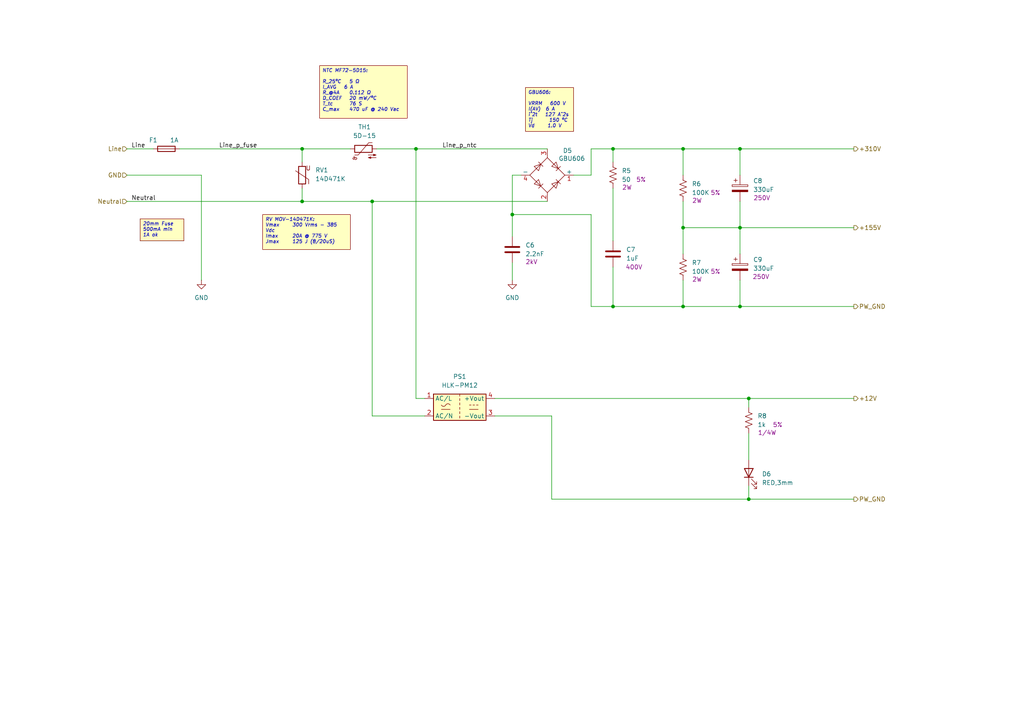
<source format=kicad_sch>
(kicad_sch (version 20231120) (generator "eeschema") (generator_version "8.0")
  (paper "A4")
  (title_block (title "Protecciones AC, Rectificador y fuente auxiliar de 12v") (date "2024-06-21") (rev "1.0") (company "Universidad Tecnológica Nacional - Facultad Regional Córdoba") (comment 1 "Electrónica de Potencia") (comment 2 "Grupo 3 / Curso 5R2") (comment 3 "Davalle, Lucas E. (Leg. 86189) - Sanchez Serantes, Juan I. (Leg. 86162)") (comment 4 "Philippeaux, Enrique W. (Leg. 86153) - Moreno, Maximiliano (Leg. 86837)"))
  (lib_symbols
    (symbol "Converter_ACDC:HLK-PM12"
      (property "Reference" "PS" (at 0 5.08 0))
      (property "Value" "HLK-PM12" (at 0 -5.08 0))
      (symbol "HLK-PM12_0_1"
        (rectangle (start -7.62 3.81) (end 7.62 -3.81) (stroke (width 0.254)) (fill (type background)))
        (arc (start -5.334 0.635) (mid -4.699 0.2495) (end -4.064 0.635))
        (arc (start -2.794 0.635) (mid -3.429 1.0072) (end -4.064 0.635))
        (polyline (pts (xy -5.334 -0.635) (xy -2.794 -0.635)))
        (polyline (pts (xy 0 -2.54) (xy 0 -3.175)))
        (polyline (pts (xy 0 -1.27) (xy 0 -1.905)))
        (polyline (pts (xy 0 0) (xy 0 -0.635)))
        (polyline (pts (xy 0 1.27) (xy 0 0.635)))
        (polyline (pts (xy 0 2.54) (xy 0 1.905)))
        (polyline (pts (xy 0 3.81) (xy 0 3.175)))
        (polyline (pts (xy 2.794 -0.635) (xy 5.334 -0.635)))
        (polyline (pts (xy 2.794 0.635) (xy 3.302 0.635)))
        (polyline (pts (xy 3.81 0.635) (xy 4.318 0.635)))
        (polyline (pts (xy 4.826 0.635) (xy 5.334 0.635)))
      )
      (symbol "HLK-PM12_1_1"
        (pin power_in line (at -10.16 2.54 0) (length 2.54) (name "AC/L") (number "1"))
        (pin power_in line (at -10.16 -2.54 0) (length 2.54) (name "AC/N") (number "2"))
        (pin power_out line (at 10.16 -2.54 180) (length 2.54) (name "-Vout") (number "3"))
        (pin power_out line (at 10.16 2.54 180) (length 2.54) (name "+Vout") (number "4"))
      )
    )
    (symbol "Device:C" (pin_numbers hide) (pin_names (offset 0.254))
      (property "Reference" "C" (at 0.635 2.54 0))
      (property "Value" "C" (at 0.635 -2.54 0))
      (symbol "C_0_1"
        (polyline (pts (xy -2.032 -0.762) (xy 2.032 -0.762)) (stroke (width 0.508)))
        (polyline (pts (xy -2.032 0.762) (xy 2.032 0.762)) (stroke (width 0.508)))
      )
      (symbol "C_1_1"
        (pin passive line (at 0 3.81 270) (length 2.794) (name "~") (number "1"))
        (pin passive line (at 0 -3.81 90) (length 2.794) (name "~") (number "2"))
      )
    )
    (symbol "Device:C_Polarized" (pin_numbers hide) (pin_names (offset 0.254))
      (property "Reference" "C" (at 0.635 2.54 0))
      (property "Value" "C_Polarized" (at 0.635 -2.54 0))
      (symbol "C_Polarized_0_1"
        (rectangle (start -2.286 0.508) (end 2.286 1.016))
        (polyline (pts (xy -1.778 2.286) (xy -0.762 2.286)))
        (polyline (pts (xy -1.27 2.794) (xy -1.27 1.778)))
        (rectangle (start 2.286 -0.508) (end -2.286 -1.016) (fill (type outline)))
      )
      (symbol "C_Polarized_1_1"
        (pin passive line (at 0 3.81 270) (length 2.794) (name "~") (number "1"))
        (pin passive line (at 0 -3.81 90) (length 2.794) (name "~") (number "2"))
      )
    )
    (symbol "Device:Fuse" (pin_numbers hide) (pin_names (offset 0))
      (property "Reference" "F" (at 2.032 0 90))
      (property "Value" "Fuse" (at -1.905 0 90))
      (symbol "Fuse_0_1"
        (rectangle (start -0.762 -2.54) (end 0.762 2.54) (stroke (width 0.254)))
        (polyline (pts (xy 0 2.54) (xy 0 -2.54)))
      )
      (symbol "Fuse_1_1"
        (pin passive line (at 0 3.81 270) (length 1.27) (name "~") (number "1"))
        (pin passive line (at 0 -3.81 90) (length 1.27) (name "~") (number "2"))
      )
    )
    (symbol "Device:LED" (pin_numbers hide) (pin_names (offset 1.016) hide)
      (property "Reference" "D" (at 0 2.54 0))
      (property "Value" "LED" (at 0 -2.54 0))
      (symbol "LED_0_1"
        (polyline (pts (xy -1.27 -1.27) (xy -1.27 1.27)) (stroke (width 0.254)))
        (polyline (pts (xy -1.27 0) (xy 1.27 0)))
        (polyline (pts (xy 1.27 -1.27) (xy 1.27 1.27) (xy -1.27 0) (xy 1.27 -1.27)) (stroke (width 0.254)))
        (polyline (pts (xy -3.048 -0.762) (xy -4.572 -2.286) (xy -3.81 -2.286) (xy -4.572 -2.286) (xy -4.572 -1.524)))
        (polyline (pts (xy -1.778 -0.762) (xy -3.302 -2.286) (xy -2.54 -2.286) (xy -3.302 -2.286) (xy -3.302 -1.524)))
      )
      (symbol "LED_1_1"
        (pin passive line (at -3.81 0 0) (length 2.54) (name "K") (number "1"))
        (pin passive line (at 3.81 0 180) (length 2.54) (name "A") (number "2"))
      )
    )
    (symbol "Device:R_US" (pin_numbers hide) (pin_names (offset 0))
      (property "Reference" "R" (at 2.54 0 90))
      (property "Value" "R_US" (at -2.54 0 90))
      (symbol "R_US_0_1"
        (polyline (pts (xy 0 -2.286) (xy 0 -2.54)))
        (polyline (pts (xy 0 2.286) (xy 0 2.54)))
        (polyline (pts (xy 0 -0.762) (xy 1.016 -1.143) (xy 0 -1.524) (xy -1.016 -1.905) (xy 0 -2.286)))
        (polyline (pts (xy 0 0.762) (xy 1.016 0.381) (xy 0 0) (xy -1.016 -0.381) (xy 0 -0.762)))
        (polyline (pts (xy 0 2.286) (xy 1.016 1.905) (xy 0 1.524) (xy -1.016 1.143) (xy 0 0.762)))
      )
      (symbol "R_US_1_1"
        (pin passive line (at 0 3.81 270) (length 1.27) (name "~") (number "1"))
        (pin passive line (at 0 -3.81 90) (length 1.27) (name "~") (number "2"))
      )
    )
    (symbol "Device:Thermistor_NTC" (pin_numbers hide) (pin_names (offset 0))
      (property "Reference" "TH" (at -4.445 0 90))
      (property "Value" "Thermistor_NTC" (at 3.175 0 90))
      (symbol "Thermistor_NTC_0_1"
        (arc (start -3.048 2.159) (mid -3.0495 2.3143) (end -3.175 2.413))
        (arc (start -3.048 2.159) (mid -2.9736 1.9794) (end -2.794 1.905))
        (arc (start -3.048 2.794) (mid -2.9736 2.6144) (end -2.794 2.54))
        (arc (start -2.794 1.905) (mid -2.6144 1.9794) (end -2.54 2.159))
        (arc (start -2.794 2.54) (mid -2.4393 2.5587) (end -2.159 2.794))
        (arc (start -2.794 3.048) (mid -2.9736 2.9736) (end -3.048 2.794))
        (arc (start -2.54 2.794) (mid -2.6144 2.9736) (end -2.794 3.048))
        (rectangle (start -1.016 2.54) (end 1.016 -2.54) (stroke (width 0.254)))
        (polyline (pts (xy -2.54 2.159) (xy -2.54 2.794)))
        (polyline (pts (xy -1.778 2.54) (xy -1.778 1.524) (xy 1.778 -1.524) (xy 1.778 -2.54)))
        (polyline (pts (xy -2.54 -3.683) (xy -2.54 -1.397) (xy -2.794 -2.159) (xy -2.286 -2.159) (xy -2.54 -1.397) (xy -2.54 -1.651)) (fill (type outline)))
        (polyline (pts (xy -1.778 -1.397) (xy -1.778 -3.683) (xy -2.032 -2.921) (xy -1.524 -2.921) (xy -1.778 -3.683) (xy -1.778 -3.429)) (fill (type outline)))
      )
      (symbol "Thermistor_NTC_1_1"
        (pin passive line (at 0 3.81 270) (length 1.27) (name "~") (number "1"))
        (pin passive line (at 0 -3.81 90) (length 1.27) (name "~") (number "2"))
      )
    )
    (symbol "Device:Varistor" (pin_numbers hide) (pin_names (offset 0))
      (property "Reference" "RV" (at 3.175 0 90))
      (property "Value" "Varistor" (at -3.175 0 90))
      (symbol "Varistor_0_0"
        (text "U" (at -1.778 -2.032 0) (effects (font (size 1.27 1.27))))
      )
      (symbol "Varistor_0_1"
        (rectangle (start -1.016 -2.54) (end 1.016 2.54) (stroke (width 0.254)))
        (polyline (pts (xy -1.905 2.54) (xy -1.905 1.27) (xy 1.905 -1.27)))
      )
      (symbol "Varistor_1_1"
        (pin passive line (at 0 3.81 270) (length 1.27) (name "~") (number "1"))
        (pin passive line (at 0 -3.81 90) (length 1.27) (name "~") (number "2"))
      )
    )
    (symbol "Diode_Bridge:GBU6M" (pin_names (offset 0))
      (property "Reference" "D" (at 2.54 6.985 0))
      (property "Value" "GBU6M" (at 2.54 5.08 0))
      (symbol "GBU6M_0_1"
        (polyline (pts (xy -2.54 3.81) (xy -1.27 2.54)))
        (polyline (pts (xy -1.27 -2.54) (xy -2.54 -3.81)))
        (polyline (pts (xy 2.54 -1.27) (xy 3.81 -2.54)))
        (polyline (pts (xy 2.54 1.27) (xy 3.81 2.54)))
        (polyline (pts (xy -3.81 2.54) (xy -2.54 1.27) (xy -1.905 3.175) (xy -3.81 2.54)))
        (polyline (pts (xy -2.54 -1.27) (xy -3.81 -2.54) (xy -1.905 -3.175) (xy -2.54 -1.27)))
        (polyline (pts (xy 1.27 2.54) (xy 2.54 3.81) (xy 3.175 1.905) (xy 1.27 2.54)))
        (polyline (pts (xy 3.175 -1.905) (xy 1.27 -2.54) (xy 2.54 -3.81) (xy 3.175 -1.905)))
        (polyline (pts (xy -5.08 0) (xy 0 -5.08) (xy 5.08 0) (xy 0 5.08) (xy -5.08 0)))
      )
      (symbol "GBU6M_1_1"
        (pin passive line (at 7.62 0 180) (length 2.54) (name "+") (number "1"))
        (pin passive line (at 0 -7.62 90) (length 2.54) (name "~") (number "2"))
        (pin passive line (at 0 7.62 270) (length 2.54) (name "~") (number "3"))
        (pin passive line (at -7.62 0 0) (length 2.54) (name "-") (number "4"))
      )
    )
    (symbol "power:GND" (power) (pin_numbers hide) (pin_names (offset 0) hide)
      (property "Value" "GND" (at 0 -3.81 0))
      (symbol "GND_0_1"
        (polyline (pts (xy 0 0) (xy 0 -1.27) (xy 1.27 -1.27) (xy 0 -2.54) (xy -1.27 -1.27) (xy 0 -1.27)))
      )
      (symbol "GND_1_1"
        (pin power_in line (at 0 0 270) (length 0) (name "~") (number "1"))
      )
    )
  )
  (junction (at 177.8 88.9))
  (junction (at 214.63 88.9))
  (junction (at 217.17 115.57))
  (junction (at 120.65 43.18))
  (junction (at 198.12 66.04))
  (junction (at 198.12 43.18))
  (junction (at 87.63 43.18))
  (junction (at 198.12 88.9))
  (junction (at 214.63 66.04))
  (junction (at 148.59 62.23))
  (junction (at 87.63 58.42))
  (junction (at 214.63 43.18))
  (junction (at 217.17 144.78))
  (junction (at 107.95 58.42))
  (junction (at 177.8 43.18))
  (wire (pts (xy 109.22 43.18) (xy 120.65 43.18)))
  (wire (pts (xy 87.63 54.61) (xy 87.63 58.42)))
  (wire (pts (xy 171.45 43.18) (xy 171.45 50.8)))
  (wire (pts (xy 177.8 88.9) (xy 198.12 88.9)))
  (wire (pts (xy 198.12 43.18) (xy 198.12 50.8)))
  (wire (pts (xy 214.63 66.04) (xy 247.65 66.04)))
  (wire (pts (xy 217.17 144.78) (xy 247.65 144.78)))
  (wire (pts (xy 87.63 43.18) (xy 101.6 43.18)))
  (wire (pts (xy 58.42 50.8) (xy 58.42 81.28)))
  (wire (pts (xy 214.63 81.28) (xy 214.63 88.9)))
  (wire (pts (xy 171.45 50.8) (xy 166.37 50.8)))
  (wire (pts (xy 217.17 125.73) (xy 217.17 133.35)))
  (wire (pts (xy 198.12 81.28) (xy 198.12 88.9)))
  (wire (pts (xy 171.45 43.18) (xy 177.8 43.18)))
  (wire (pts (xy 177.8 77.47) (xy 177.8 88.9)))
  (wire (pts (xy 198.12 43.18) (xy 214.63 43.18)))
  (wire (pts (xy 171.45 62.23) (xy 171.45 88.9)))
  (wire (pts (xy 198.12 66.04) (xy 214.63 66.04)))
  (wire (pts (xy 148.59 76.2) (xy 148.59 81.28)))
  (wire (pts (xy 36.83 50.8) (xy 58.42 50.8)))
  (wire (pts (xy 177.8 54.61) (xy 177.8 69.85)))
  (wire (pts (xy 148.59 62.23) (xy 171.45 62.23)))
  (wire (pts (xy 198.12 73.66) (xy 198.12 66.04)))
  (wire (pts (xy 87.63 43.18) (xy 87.63 46.99)))
  (wire (pts (xy 120.65 43.18) (xy 158.75 43.18)))
  (wire (pts (xy 107.95 120.65) (xy 107.95 58.42)))
  (wire (pts (xy 143.51 120.65) (xy 160.02 120.65)))
  (wire (pts (xy 214.63 66.04) (xy 214.63 73.66)))
  (wire (pts (xy 107.95 58.42) (xy 158.75 58.42)))
  (wire (pts (xy 198.12 88.9) (xy 214.63 88.9)))
  (wire (pts (xy 87.63 58.42) (xy 107.95 58.42)))
  (wire (pts (xy 217.17 115.57) (xy 247.65 115.57)))
  (wire (pts (xy 52.07 43.18) (xy 87.63 43.18)))
  (wire (pts (xy 143.51 115.57) (xy 217.17 115.57)))
  (wire (pts (xy 177.8 43.18) (xy 198.12 43.18)))
  (wire (pts (xy 171.45 88.9) (xy 177.8 88.9)))
  (wire (pts (xy 148.59 62.23) (xy 148.59 68.58)))
  (wire (pts (xy 217.17 118.11) (xy 217.17 115.57)))
  (wire (pts (xy 160.02 120.65) (xy 160.02 144.78)))
  (wire (pts (xy 160.02 144.78) (xy 217.17 144.78)))
  (wire (pts (xy 214.63 58.42) (xy 214.63 66.04)))
  (wire (pts (xy 214.63 88.9) (xy 247.65 88.9)))
  (wire (pts (xy 36.83 43.18) (xy 44.45 43.18)))
  (wire (pts (xy 214.63 43.18) (xy 247.65 43.18)))
  (wire (pts (xy 36.83 58.42) (xy 87.63 58.42)))
  (wire (pts (xy 198.12 58.42) (xy 198.12 66.04)))
  (wire (pts (xy 177.8 43.18) (xy 177.8 46.99)))
  (wire (pts (xy 107.95 120.65) (xy 123.19 120.65)))
  (wire (pts (xy 148.59 50.8) (xy 151.13 50.8)))
  (wire (pts (xy 217.17 140.97) (xy 217.17 144.78)))
  (wire (pts (xy 120.65 115.57) (xy 123.19 115.57)))
  (wire (pts (xy 148.59 50.8) (xy 148.59 62.23)))
  (wire (pts (xy 214.63 43.18) (xy 214.63 50.8)))
  (wire (pts (xy 120.65 115.57) (xy 120.65 43.18)))
  (text_box "GBU606:\n\nVRRM   600 V\nI(AV)  6 A\ni^2t   127 A^2s\nTj	   150 ºC\nVd     1.0 V" (at 152.4 25.4 0) (size 13.97 12.7) (stroke (width 0) (color 132 0 0 1)) (fill (type color) (color 255 255 194 1)) (effects (font (size 1 1) (italic yes)) (justify left top)))
  (text_box "20mm Fuse\n500mA min\n1A ok" (at 40.64 63.5 0) (size 12.7 6.35) (stroke (width 0) (color 132 0 0 1)) (fill (type color) (color 255 255 194 1)) (effects (font (size 1 1) (italic yes)) (justify left top)))
  (text_box "RV MOV-14D471K:\nVmax	300 Vrms - 385 Vdc\nImax	20A @ 775 V\nJmax	125 J (8/20uS)" (at 76.2 62.23 0) (size 25.4 10.16) (stroke (width 0) (color 132 0 0 1)) (fill (type color) (color 255 255 194 1)) (effects (font (size 1 1) (italic yes)) (justify left top)))
  (text_box "NTC MF72-5D15:\n\nR_25ºC	5 Ω\nI_AVG   6 A\nR_@4A	0.112 Ω\nD_COEF	20 mW/ºC\nT_tc	76 S\nC_max	470 uF @ 240 Vac" (at 92.71 19.05 0) (size 25.4 15.24) (stroke (width 0) (color 132 0 0 1)) (fill (type color) (color 255 255 194 1)) (effects (font (size 1 1) (italic yes)) (justify left top)))
  (label "Line" (at 38.1 43.18 0))
  (label "Line_p_ntc" (at 128.27 43.18 0))
  (label "Neutral" (at 38.1 58.42 0))
  (label "Line_p_fuse" (at 63.5 43.18 0))
  (hierarchical_label "PW_GND" (shape output) (at 247.65 144.78 0))
  (hierarchical_label "+12V" (shape output) (at 247.65 115.57 0))
  (hierarchical_label "+310V" (shape output) (at 247.65 43.18 0))
  (hierarchical_label "Neutral" (shape input) (at 36.83 58.42 180))
  (hierarchical_label "PW_GND" (shape output) (at 247.65 88.9 0))
  (hierarchical_label "Line" (shape input) (at 36.83 43.18 180))
  (hierarchical_label "+155V" (shape output) (at 247.65 66.04 0))
  (hierarchical_label "GND" (shape input) (at 36.83 50.8 180))
  (symbol (lib_id "power:GND") (at 148.59 81.28 0) (unit 1)
    (property "Reference" "#PWR017" (effects (hide yes)))
    (property "Value" "GND" (at 148.59 86.36 0))
    (property "Description" "Power symbol creates a global label with name \"GND\" , ground" (effects (hide yes)))
  )
  (symbol (lib_id "Device:Varistor") (at 87.63 50.8 180) (unit 1)
    (property "Reference" "RV1" (at 91.44 49.3365 0) (effects (justify right)))
    (property "Value" "14D471K" (at 91.44 51.8765 0) (effects (justify right)))
    (property "Footprint" "Varistor:RV_Disc_D15.5mm_W3.9mm_P7.5mm" (effects (hide yes)))
    (property "Datasheet" "./docs/14D471K.pdf" (effects (hide yes)))
    (property "Description" "Voltage dependent resistor" (effects (hide yes)))
    (property "Sim.Name" "kicad_builtin_varistor" (effects (hide yes)))
    (property "Sim.Device" "SUBCKT" (effects (hide yes)))
    (property "Sim.Pins" "1=A 2=B" (effects (hide yes)))
    (property "Sim.Params" "threshold=1k" (effects (hide yes)))
    (property "Sim.Library" "${KICAD7_SYMBOL_DIR}/Simulation_SPICE.sp" (effects (hide yes)))
  )
  (symbol (lib_id "Device:C_Polarized") (at 214.63 54.61 0) (unit 1)
    (property "Reference" "C8" (at 218.44 52.4509 0) (effects (justify left)))
    (property "Value" "330uF" (at 218.44 54.9909 0) (effects (justify left)))
    (property "Footprint" "Capacitor_THT:CP_Radial_D26.0mm_P10.00mm_SnapIn" (effects (hide yes)))
    (property "Description" "Polarized capacitor" (effects (hide yes)))
    (property "Voltage" "250V" (at 220.98 57.404 0))
  )
  (symbol (lib_id "Converter_ACDC:HLK-PM12") (at 133.35 118.11 0) (unit 1)
    (property "Reference" "PS1" (at 133.35 109.22 0))
    (property "Value" "HLK-PM12" (at 133.35 111.76 0))
    (property "Footprint" "Converter_ACDC:Converter_ACDC_Hi-Link_HLK-PMxx" (effects (hide yes)))
    (property "Datasheet" "./docs/hlk-pm12.pdf" (effects (hide yes)))
    (property "Description" "Compact AC/DC board mount power module 3W 12V" (effects (hide yes)))
  )
  (symbol (lib_id "Device:Thermistor_NTC") (at 105.41 43.18 90) (unit 1)
    (property "Reference" "TH1" (at 105.7275 36.83 90))
    (property "Value" "5D-15" (at 105.7275 39.37 90))
    (property "Footprint" "Capacitor_THT:C_Disc_D16.0mm_W5.0mm_P7.50mm" (effects (hide yes)))
    (property "Datasheet" "./docs/MF72-120D9.pdf" (effects (hide yes)))
    (property "Description" "Temperature dependent resistor, negative temperature coefficient" (effects (hide yes)))
  )
  (symbol (lib_id "Device:R_US") (at 217.17 121.92 180) (unit 1)
    (property "Reference" "R8" (at 219.71 120.6499 0) (effects (justify right)))
    (property "Value" "1k" (at 219.71 123.1899 0) (effects (justify right)))
    (property "Footprint" "Resistor_THT:R_Axial_DIN0207_L6.3mm_D2.5mm_P2.54mm_Vertical" (effects (hide yes)))
    (property "Description" "Resistor, US symbol" (effects (hide yes)))
    (property "Power" "1/4W" (at 222.504 125.476 0))
    (property "Precision" "5%" (at 225.552 123.19 0))
  )
  (symbol (lib_id "Device:C_Polarized") (at 214.63 77.47 0) (unit 1)
    (property "Reference" "C9" (at 218.44 75.3109 0) (effects (justify left)))
    (property "Value" "330uF" (at 218.44 77.8509 0) (effects (justify left)))
    (property "Footprint" "Capacitor_THT:CP_Radial_D26.0mm_P10.00mm_SnapIn" (effects (hide yes)))
    (property "Description" "Polarized capacitor" (effects (hide yes)))
    (property "Voltage" "250V" (at 220.726 80.264 0))
  )
  (symbol (lib_id "Device:R_US") (at 177.8 50.8 0) (unit 1)
    (property "Reference" "R5" (at 180.34 49.5299 0) (effects (justify left)))
    (property "Value" "50" (at 180.34 52.0699 0) (effects (justify left)))
    (property "Footprint" "Resistor_THT:R_Axial_DIN0516_L15.5mm_D5.0mm_P7.62mm_Vertical" (effects (hide yes)))
    (property "Description" "Resistor, US symbol" (effects (hide yes)))
    (property "Power" "2W" (at 181.864 54.356 0))
    (property "Precision" "5%" (at 185.928 52.07 0))
  )
  (symbol (lib_id "Diode_Bridge:GBU6M") (at 158.75 50.8 0) (unit 1)
    (property "Reference" "D5" (at 164.592 43.688 0))
    (property "Value" "GBU606" (at 165.862 45.974 0))
    (property "Footprint" "Diode_THT:Diode_Bridge_Vishay_GBU" (effects (hide yes)))
    (property "Datasheet" "./docs/ds21226.pdf" (effects (hide yes)))
    (property "Description" "Single-Phase Bridge Rectifier, 700V Vrms, 6.0A If, GBU package" (effects (hide yes)))
  )
  (symbol (lib_id "Device:C") (at 148.59 72.39 180) (unit 1)
    (property "Reference" "C6" (at 152.4 71.1199 0) (effects (justify right)))
    (property "Value" "2.2nF" (at 152.4 73.6599 0) (effects (justify right)))
    (property "Footprint" "Capacitor_THT:C_Disc_D7.5mm_W5.0mm_P7.50mm" (effects (hide yes)))
    (property "Datasheet" "./docs/HVC81-2KV-UJ08-F5-10PK.pdf" (effects (hide yes)))
    (property "Description" "Unpolarized capacitor" (effects (hide yes)))
    (property "Voltage" "2kV" (at 154.178 75.946 0))
  )
  (symbol (lib_id "power:GND") (at 58.42 81.28 0) (unit 1)
    (property "Reference" "#PWR016" (effects (hide yes)))
    (property "Value" "GND" (at 58.42 86.36 0))
    (property "Description" "Power symbol creates a global label with name \"GND\" , ground" (effects (hide yes)))
  )
  (symbol (lib_id "Device:LED") (at 217.17 137.16 90) (unit 1)
    (property "Reference" "D6" (at 220.98 137.4774 90) (effects (justify right)))
    (property "Value" "RED,3mm" (at 220.98 140.0174 90) (effects (justify right)))
    (property "Footprint" "LED_THT:LED_D3.0mm" (effects (hide yes)))
    (property "Description" "Light emitting diode" (effects (hide yes)))
  )
  (symbol (lib_id "Device:Fuse") (at 48.26 43.18 90) (unit 1)
    (property "Reference" "F1" (at 44.45 40.64 90))
    (property "Value" "1A" (at 50.546 40.64 90))
    (property "Footprint" "Fuse:Fuseholder_Clip-5x20mm_Schurter_OG_Lateral_P15.00x5.00mm_D1.3mm_Horizontal" (effects (hide yes)))
    (property "Description" "Fuse" (effects (hide yes)))
  )
  (symbol (lib_id "Device:C") (at 177.8 73.66 0) (unit 1)
    (property "Reference" "C7" (at 181.61 72.3899 0) (effects (justify left)))
    (property "Value" "1uF" (at 181.61 74.9299 0) (effects (justify left)))
    (property "Footprint" "Capacitor_THT:C_Rect_L16.5mm_W7.0mm_P15.00mm_MKT" (effects (hide yes)))
    (property "Datasheet" "./docs/CL21105J.pdf" (effects (hide yes)))
    (property "Description" "CL21-105J400V" (effects (hide yes)))
    (property "Voltage" "400V" (at 183.896 77.47 0))
  )
  (symbol (lib_id "Device:R_US") (at 198.12 54.61 0) (unit 1)
    (property "Reference" "R6" (at 200.66 53.3399 0) (effects (justify left)))
    (property "Value" "100K" (at 200.66 55.8799 0) (effects (justify left)))
    (property "Footprint" "Resistor_THT:R_Axial_DIN0309_L9.0mm_D3.2mm_P12.70mm_Horizontal" (effects (hide yes)))
    (property "Description" "Resistor, US symbol" (effects (hide yes)))
    (property "Power" "2W" (at 202.184 58.166 0))
    (property "Precision" "5%" (at 207.518 55.88 0))
  )
  (symbol (lib_id "Device:R_US") (at 198.12 77.47 0) (unit 1)
    (property "Reference" "R7" (at 200.66 76.1999 0) (effects (justify left)))
    (property "Value" "100K" (at 200.66 78.7399 0) (effects (justify left)))
    (property "Footprint" "Resistor_THT:R_Axial_DIN0309_L9.0mm_D3.2mm_P12.70mm_Horizontal" (effects (hide yes)))
    (property "Description" "Resistor, US symbol" (effects (hide yes)))
    (property "Power" "2W" (at 202.184 81.026 0))
    (property "Precision" "5%" (at 207.518 78.74 0))
  )
)
</source>
